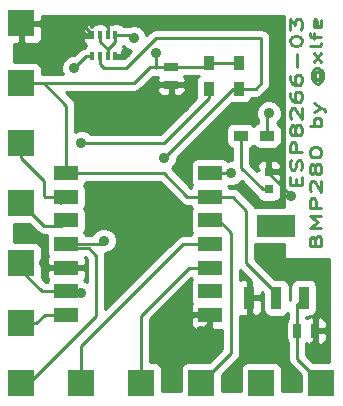
<source format=gtl>
G04 #@! TF.FileFunction,Copper,L1,Top,Signal*
%FSLAX46Y46*%
G04 Gerber Fmt 4.6, Leading zero omitted, Abs format (unit mm)*
G04 Created by KiCad (PCBNEW 0.201412131231+5320~19~ubuntu14.04.1-product) date Mon 15 Dec 2014 13:13:02 AEDT*
%MOMM*%
G01*
G04 APERTURE LIST*
%ADD10C,0.100000*%
%ADD11C,0.250000*%
%ADD12R,0.635000X1.143000*%
%ADD13R,1.143000X0.635000*%
%ADD14R,0.797560X0.797560*%
%ADD15R,0.950000X1.900000*%
%ADD16R,3.250000X1.900000*%
%ADD17R,2.235200X2.235200*%
%ADD18R,0.900000X1.200000*%
%ADD19R,1.200000X0.900000*%
%ADD20R,2.000000X1.250000*%
%ADD21R,0.350000X0.700000*%
%ADD22C,0.889000*%
%ADD23C,0.254000*%
G04 APERTURE END LIST*
D10*
D11*
X148328571Y-110242140D02*
X148328571Y-109742140D01*
X148852381Y-109527854D02*
X148852381Y-110242140D01*
X147852381Y-110242140D01*
X147852381Y-109527854D01*
X148804762Y-108956426D02*
X148852381Y-108742140D01*
X148852381Y-108384997D01*
X148804762Y-108242140D01*
X148757143Y-108170711D01*
X148661905Y-108099283D01*
X148566667Y-108099283D01*
X148471429Y-108170711D01*
X148423810Y-108242140D01*
X148376190Y-108384997D01*
X148328571Y-108670711D01*
X148280952Y-108813569D01*
X148233333Y-108884997D01*
X148138095Y-108956426D01*
X148042857Y-108956426D01*
X147947619Y-108884997D01*
X147900000Y-108813569D01*
X147852381Y-108670711D01*
X147852381Y-108313569D01*
X147900000Y-108099283D01*
X148852381Y-107456426D02*
X147852381Y-107456426D01*
X147852381Y-106884998D01*
X147900000Y-106742140D01*
X147947619Y-106670712D01*
X148042857Y-106599283D01*
X148185714Y-106599283D01*
X148280952Y-106670712D01*
X148328571Y-106742140D01*
X148376190Y-106884998D01*
X148376190Y-107456426D01*
X148280952Y-105742140D02*
X148233333Y-105884998D01*
X148185714Y-105956426D01*
X148090476Y-106027855D01*
X148042857Y-106027855D01*
X147947619Y-105956426D01*
X147900000Y-105884998D01*
X147852381Y-105742140D01*
X147852381Y-105456426D01*
X147900000Y-105313569D01*
X147947619Y-105242140D01*
X148042857Y-105170712D01*
X148090476Y-105170712D01*
X148185714Y-105242140D01*
X148233333Y-105313569D01*
X148280952Y-105456426D01*
X148280952Y-105742140D01*
X148328571Y-105884998D01*
X148376190Y-105956426D01*
X148471429Y-106027855D01*
X148661905Y-106027855D01*
X148757143Y-105956426D01*
X148804762Y-105884998D01*
X148852381Y-105742140D01*
X148852381Y-105456426D01*
X148804762Y-105313569D01*
X148757143Y-105242140D01*
X148661905Y-105170712D01*
X148471429Y-105170712D01*
X148376190Y-105242140D01*
X148328571Y-105313569D01*
X148280952Y-105456426D01*
X147947619Y-104599284D02*
X147900000Y-104527855D01*
X147852381Y-104384998D01*
X147852381Y-104027855D01*
X147900000Y-103884998D01*
X147947619Y-103813569D01*
X148042857Y-103742141D01*
X148138095Y-103742141D01*
X148280952Y-103813569D01*
X148852381Y-104670712D01*
X148852381Y-103742141D01*
X147852381Y-102456427D02*
X147852381Y-102742141D01*
X147900000Y-102884998D01*
X147947619Y-102956427D01*
X148090476Y-103099284D01*
X148280952Y-103170713D01*
X148661905Y-103170713D01*
X148757143Y-103099284D01*
X148804762Y-103027856D01*
X148852381Y-102884998D01*
X148852381Y-102599284D01*
X148804762Y-102456427D01*
X148757143Y-102384998D01*
X148661905Y-102313570D01*
X148423810Y-102313570D01*
X148328571Y-102384998D01*
X148280952Y-102456427D01*
X148233333Y-102599284D01*
X148233333Y-102884998D01*
X148280952Y-103027856D01*
X148328571Y-103099284D01*
X148423810Y-103170713D01*
X147852381Y-101027856D02*
X147852381Y-101313570D01*
X147900000Y-101456427D01*
X147947619Y-101527856D01*
X148090476Y-101670713D01*
X148280952Y-101742142D01*
X148661905Y-101742142D01*
X148757143Y-101670713D01*
X148804762Y-101599285D01*
X148852381Y-101456427D01*
X148852381Y-101170713D01*
X148804762Y-101027856D01*
X148757143Y-100956427D01*
X148661905Y-100884999D01*
X148423810Y-100884999D01*
X148328571Y-100956427D01*
X148280952Y-101027856D01*
X148233333Y-101170713D01*
X148233333Y-101456427D01*
X148280952Y-101599285D01*
X148328571Y-101670713D01*
X148423810Y-101742142D01*
X148471429Y-100242142D02*
X148471429Y-99099285D01*
X147852381Y-98099285D02*
X147852381Y-97956428D01*
X147900000Y-97813571D01*
X147947619Y-97742142D01*
X148042857Y-97670713D01*
X148233333Y-97599285D01*
X148471429Y-97599285D01*
X148661905Y-97670713D01*
X148757143Y-97742142D01*
X148804762Y-97813571D01*
X148852381Y-97956428D01*
X148852381Y-98099285D01*
X148804762Y-98242142D01*
X148757143Y-98313571D01*
X148661905Y-98384999D01*
X148471429Y-98456428D01*
X148233333Y-98456428D01*
X148042857Y-98384999D01*
X147947619Y-98313571D01*
X147900000Y-98242142D01*
X147852381Y-98099285D01*
X147852381Y-97099285D02*
X147852381Y-96170714D01*
X148233333Y-96670714D01*
X148233333Y-96456428D01*
X148280952Y-96313571D01*
X148328571Y-96242142D01*
X148423810Y-96170714D01*
X148661905Y-96170714D01*
X148757143Y-96242142D01*
X148804762Y-96313571D01*
X148852381Y-96456428D01*
X148852381Y-96885000D01*
X148804762Y-97027857D01*
X148757143Y-97099285D01*
X149978571Y-114884998D02*
X150026190Y-114670712D01*
X150073810Y-114599284D01*
X150169048Y-114527855D01*
X150311905Y-114527855D01*
X150407143Y-114599284D01*
X150454762Y-114670712D01*
X150502381Y-114813570D01*
X150502381Y-115384998D01*
X149502381Y-115384998D01*
X149502381Y-114884998D01*
X149550000Y-114742141D01*
X149597619Y-114670712D01*
X149692857Y-114599284D01*
X149788095Y-114599284D01*
X149883333Y-114670712D01*
X149930952Y-114742141D01*
X149978571Y-114884998D01*
X149978571Y-115384998D01*
X150502381Y-113884998D02*
X149502381Y-113884998D01*
X150216667Y-113384998D01*
X149502381Y-112884998D01*
X150502381Y-112884998D01*
X150502381Y-112170712D02*
X149502381Y-112170712D01*
X149502381Y-111599284D01*
X149550000Y-111456426D01*
X149597619Y-111384998D01*
X149692857Y-111313569D01*
X149835714Y-111313569D01*
X149930952Y-111384998D01*
X149978571Y-111456426D01*
X150026190Y-111599284D01*
X150026190Y-112170712D01*
X149597619Y-110742141D02*
X149550000Y-110670712D01*
X149502381Y-110527855D01*
X149502381Y-110170712D01*
X149550000Y-110027855D01*
X149597619Y-109956426D01*
X149692857Y-109884998D01*
X149788095Y-109884998D01*
X149930952Y-109956426D01*
X150502381Y-110813569D01*
X150502381Y-109884998D01*
X149930952Y-109027855D02*
X149883333Y-109170713D01*
X149835714Y-109242141D01*
X149740476Y-109313570D01*
X149692857Y-109313570D01*
X149597619Y-109242141D01*
X149550000Y-109170713D01*
X149502381Y-109027855D01*
X149502381Y-108742141D01*
X149550000Y-108599284D01*
X149597619Y-108527855D01*
X149692857Y-108456427D01*
X149740476Y-108456427D01*
X149835714Y-108527855D01*
X149883333Y-108599284D01*
X149930952Y-108742141D01*
X149930952Y-109027855D01*
X149978571Y-109170713D01*
X150026190Y-109242141D01*
X150121429Y-109313570D01*
X150311905Y-109313570D01*
X150407143Y-109242141D01*
X150454762Y-109170713D01*
X150502381Y-109027855D01*
X150502381Y-108742141D01*
X150454762Y-108599284D01*
X150407143Y-108527855D01*
X150311905Y-108456427D01*
X150121429Y-108456427D01*
X150026190Y-108527855D01*
X149978571Y-108599284D01*
X149930952Y-108742141D01*
X149502381Y-107527856D02*
X149502381Y-107384999D01*
X149550000Y-107242142D01*
X149597619Y-107170713D01*
X149692857Y-107099284D01*
X149883333Y-107027856D01*
X150121429Y-107027856D01*
X150311905Y-107099284D01*
X150407143Y-107170713D01*
X150454762Y-107242142D01*
X150502381Y-107384999D01*
X150502381Y-107527856D01*
X150454762Y-107670713D01*
X150407143Y-107742142D01*
X150311905Y-107813570D01*
X150121429Y-107884999D01*
X149883333Y-107884999D01*
X149692857Y-107813570D01*
X149597619Y-107742142D01*
X149550000Y-107670713D01*
X149502381Y-107527856D01*
X150502381Y-105242142D02*
X149502381Y-105242142D01*
X149883333Y-105242142D02*
X149835714Y-105099285D01*
X149835714Y-104813571D01*
X149883333Y-104670714D01*
X149930952Y-104599285D01*
X150026190Y-104527856D01*
X150311905Y-104527856D01*
X150407143Y-104599285D01*
X150454762Y-104670714D01*
X150502381Y-104813571D01*
X150502381Y-105099285D01*
X150454762Y-105242142D01*
X149835714Y-104027856D02*
X150502381Y-103670713D01*
X149835714Y-103313571D02*
X150502381Y-103670713D01*
X150740476Y-103813571D01*
X150788095Y-103884999D01*
X150835714Y-104027856D01*
X150026190Y-100670714D02*
X149978571Y-100742142D01*
X149930952Y-100884999D01*
X149930952Y-101027857D01*
X149978571Y-101170714D01*
X150026190Y-101242142D01*
X150121429Y-101313571D01*
X150216667Y-101313571D01*
X150311905Y-101242142D01*
X150359524Y-101170714D01*
X150407143Y-101027857D01*
X150407143Y-100884999D01*
X150359524Y-100742142D01*
X150311905Y-100670714D01*
X149930952Y-100670714D02*
X150311905Y-100670714D01*
X150359524Y-100599285D01*
X150359524Y-100527857D01*
X150311905Y-100384999D01*
X150216667Y-100313571D01*
X149978571Y-100313571D01*
X149835714Y-100456428D01*
X149740476Y-100670714D01*
X149692857Y-100956428D01*
X149740476Y-101242142D01*
X149835714Y-101456428D01*
X149978571Y-101599285D01*
X150169048Y-101670714D01*
X150359524Y-101599285D01*
X150502381Y-101456428D01*
X150597619Y-101242142D01*
X150645238Y-100956428D01*
X150597619Y-100670714D01*
X150502381Y-100456428D01*
X150502381Y-99813571D02*
X149835714Y-99027857D01*
X149835714Y-99813571D02*
X150502381Y-99027857D01*
X150502381Y-98242142D02*
X150454762Y-98385000D01*
X150359524Y-98456428D01*
X149502381Y-98456428D01*
X149835714Y-97885000D02*
X149835714Y-97313571D01*
X150502381Y-97670714D02*
X149645238Y-97670714D01*
X149550000Y-97599286D01*
X149502381Y-97456428D01*
X149502381Y-97313571D01*
X150454762Y-96242143D02*
X150502381Y-96385000D01*
X150502381Y-96670714D01*
X150454762Y-96813571D01*
X150359524Y-96885000D01*
X149978571Y-96885000D01*
X149883333Y-96813571D01*
X149835714Y-96670714D01*
X149835714Y-96385000D01*
X149883333Y-96242143D01*
X149978571Y-96170714D01*
X150073810Y-96170714D01*
X150169048Y-96885000D01*
D12*
X148463000Y-122555000D03*
X149987000Y-122555000D03*
D13*
X137795000Y-100203000D03*
X137795000Y-101727000D03*
D14*
X146050000Y-110604300D03*
X146050000Y-109105700D03*
D15*
X146685000Y-119765000D03*
D16*
X146685000Y-113665000D03*
D15*
X144385000Y-119765000D03*
X148985000Y-119765000D03*
D17*
X125095000Y-101600000D03*
X150495000Y-127000000D03*
X125095000Y-96520000D03*
X130175000Y-127000000D03*
X135255000Y-127000000D03*
X140335000Y-127000000D03*
X125095000Y-116840000D03*
X125095000Y-106680000D03*
X125095000Y-111760000D03*
X125095000Y-127000000D03*
X125095000Y-121920000D03*
X145415000Y-127000000D03*
D18*
X140970000Y-99865000D03*
X140970000Y-102065000D03*
X143510000Y-99865000D03*
X143510000Y-102065000D03*
D19*
X143680000Y-106045000D03*
X145880000Y-106045000D03*
D20*
X128905000Y-121225000D03*
X128905000Y-119225000D03*
X128905000Y-117225000D03*
X128905000Y-115225000D03*
X128905000Y-113225000D03*
X128905000Y-111225000D03*
X128905000Y-109225000D03*
X141065000Y-109225000D03*
X141065000Y-111225000D03*
X141065000Y-113225000D03*
X141065000Y-115225000D03*
X141065000Y-117225000D03*
X141065000Y-119225000D03*
X141065000Y-121225000D03*
D21*
X133055000Y-99325000D03*
X132405000Y-99325000D03*
X131755000Y-99325000D03*
X131105000Y-99325000D03*
X131105000Y-97525000D03*
X131755000Y-97525000D03*
X132405000Y-97525000D03*
X133055000Y-97525000D03*
D22*
X146050000Y-104140000D03*
X132080000Y-114935000D03*
X142875000Y-109220000D03*
X129540000Y-100330000D03*
X130175000Y-106680000D03*
X130175000Y-119380000D03*
X137160000Y-107950000D03*
X136525000Y-99060000D03*
X134620000Y-97790000D03*
X138430000Y-120650000D03*
X137160000Y-114935000D03*
X132715000Y-110490000D03*
X135255000Y-105410000D03*
X147955000Y-111125000D03*
X149860000Y-123825000D03*
X146685000Y-123190000D03*
X144145000Y-122555000D03*
X140335000Y-122555000D03*
X127000000Y-116840000D03*
X133985000Y-99060000D03*
X130175000Y-96520000D03*
X135255000Y-102870000D03*
D23*
X143680000Y-106045000D02*
X143680000Y-108755000D01*
X145529300Y-110604300D02*
X146050000Y-110604300D01*
X143680000Y-108755000D02*
X145529300Y-110604300D01*
X141065000Y-113225000D02*
X141800000Y-113225000D01*
X141800000Y-113225000D02*
X142875000Y-114300000D01*
X142875000Y-124460000D02*
X140335000Y-127000000D01*
X142875000Y-114300000D02*
X142875000Y-124460000D01*
X140775000Y-113225000D02*
X141065000Y-113225000D01*
X125095000Y-111760000D02*
X127000000Y-113665000D01*
X127000000Y-113665000D02*
X128465000Y-113665000D01*
X128465000Y-113665000D02*
X128905000Y-113225000D01*
X129250000Y-115570000D02*
X130810000Y-115570000D01*
X131445000Y-116205000D02*
X130810000Y-115570000D01*
X131445000Y-121285000D02*
X131445000Y-116205000D01*
X131445000Y-121285000D02*
X125730000Y-127000000D01*
X129250000Y-115570000D02*
X128905000Y-115225000D01*
X125095000Y-127000000D02*
X125730000Y-127000000D01*
X128905000Y-115225000D02*
X131790000Y-115225000D01*
X145880000Y-104310000D02*
X145880000Y-106045000D01*
X146050000Y-104140000D02*
X145880000Y-104310000D01*
X131790000Y-115225000D02*
X132080000Y-114935000D01*
X125095000Y-121920000D02*
X126365000Y-121920000D01*
X127060000Y-121225000D02*
X128905000Y-121225000D01*
X126365000Y-121920000D02*
X127060000Y-121225000D01*
X141065000Y-109225000D02*
X142870000Y-109225000D01*
X142870000Y-109225000D02*
X142875000Y-109220000D01*
X131105000Y-99325000D02*
X130545000Y-99325000D01*
X130545000Y-99325000D02*
X129540000Y-100330000D01*
X140970000Y-102065000D02*
X140970000Y-102870000D01*
X137160000Y-106680000D02*
X130175000Y-106680000D01*
X140970000Y-102870000D02*
X137160000Y-106680000D01*
X125095000Y-106680000D02*
X125095000Y-107950000D01*
X127100000Y-111225000D02*
X128905000Y-111225000D01*
X127000000Y-111125000D02*
X127100000Y-111225000D01*
X127000000Y-109855000D02*
X127000000Y-111125000D01*
X125095000Y-107950000D02*
X127000000Y-109855000D01*
X128370000Y-111760000D02*
X128905000Y-111225000D01*
X131755000Y-99325000D02*
X131755000Y-100005000D01*
X144950000Y-102065000D02*
X143510000Y-102065000D01*
X145415000Y-101600000D02*
X144950000Y-102065000D01*
X145415000Y-97790000D02*
X145415000Y-101600000D01*
X136525000Y-97790000D02*
X145415000Y-97790000D01*
X133985000Y-100330000D02*
X136525000Y-97790000D01*
X132080000Y-100330000D02*
X133985000Y-100330000D01*
X131755000Y-100005000D02*
X132080000Y-100330000D01*
X130020000Y-119225000D02*
X128905000Y-119225000D01*
X130175000Y-119380000D02*
X130020000Y-119225000D01*
X143045000Y-102065000D02*
X137160000Y-107950000D01*
X143510000Y-102065000D02*
X143045000Y-102065000D01*
X125095000Y-116840000D02*
X125095000Y-117475000D01*
X125095000Y-117475000D02*
X126845000Y-119225000D01*
X126845000Y-119225000D02*
X128905000Y-119225000D01*
X133055000Y-97525000D02*
X134355000Y-97525000D01*
X136525000Y-99060000D02*
X136525000Y-100203000D01*
X134355000Y-97525000D02*
X134620000Y-97790000D01*
X136525000Y-100203000D02*
X136525000Y-100330000D01*
X136525000Y-100330000D02*
X136525000Y-100203000D01*
X133055000Y-97525000D02*
X133055000Y-98100000D01*
X133055000Y-98100000D02*
X132405000Y-98750000D01*
X131755000Y-97525000D02*
X131755000Y-98100000D01*
X132405000Y-98750000D02*
X132405000Y-99325000D01*
X131755000Y-98100000D02*
X132405000Y-98750000D01*
X141065000Y-111225000D02*
X142975000Y-111225000D01*
X144145000Y-116840000D02*
X146685000Y-119380000D01*
X144145000Y-112395000D02*
X144145000Y-116840000D01*
X142975000Y-111225000D02*
X144145000Y-112395000D01*
X146685000Y-119380000D02*
X146685000Y-119765000D01*
X125095000Y-101600000D02*
X134620000Y-101600000D01*
X134620000Y-101600000D02*
X136017000Y-100203000D01*
X136017000Y-100203000D02*
X136525000Y-100203000D01*
X136525000Y-100203000D02*
X137795000Y-100203000D01*
X140970000Y-99865000D02*
X143510000Y-99865000D01*
X137795000Y-100203000D02*
X140632000Y-100203000D01*
X140632000Y-100203000D02*
X140970000Y-99865000D01*
X125095000Y-101600000D02*
X127000000Y-101600000D01*
X128905000Y-103505000D02*
X128905000Y-109225000D01*
X127000000Y-101600000D02*
X128905000Y-103505000D01*
X141065000Y-111225000D02*
X141705000Y-111225000D01*
X128905000Y-109225000D02*
X131445000Y-109225000D01*
X131445000Y-109225000D02*
X137155000Y-109225000D01*
X139155000Y-111225000D02*
X141065000Y-111225000D01*
X137155000Y-109225000D02*
X139155000Y-111225000D01*
X148463000Y-122555000D02*
X148463000Y-124968000D01*
X148463000Y-124968000D02*
X150495000Y-127000000D01*
X148463000Y-122555000D02*
X148463000Y-120287000D01*
X148463000Y-120287000D02*
X148985000Y-119765000D01*
X137795000Y-101727000D02*
X137795000Y-102870000D01*
X139005000Y-121225000D02*
X141065000Y-121225000D01*
X138430000Y-120650000D02*
X139005000Y-121225000D01*
X132715000Y-110490000D02*
X137160000Y-114935000D01*
X137795000Y-102870000D02*
X135255000Y-105410000D01*
X147955000Y-111125000D02*
X146050000Y-109220000D01*
X146050000Y-109220000D02*
X146050000Y-109105700D01*
X144385000Y-119765000D02*
X144385000Y-120890000D01*
X149987000Y-123698000D02*
X149987000Y-122555000D01*
X149860000Y-123825000D02*
X149987000Y-123698000D01*
X144385000Y-120890000D02*
X146685000Y-123190000D01*
X144385000Y-122315000D02*
X144385000Y-119765000D01*
X144145000Y-122555000D02*
X144385000Y-122315000D01*
X128905000Y-117225000D02*
X127385000Y-117225000D01*
X140335000Y-122555000D02*
X141065000Y-121825000D01*
X127385000Y-117225000D02*
X127000000Y-116840000D01*
X141065000Y-121825000D02*
X141065000Y-121225000D01*
X133720000Y-99325000D02*
X133055000Y-99325000D01*
X133985000Y-99060000D02*
X133720000Y-99325000D01*
X130175000Y-96520000D02*
X132080000Y-96520000D01*
X132405000Y-96845000D02*
X132405000Y-97525000D01*
X132080000Y-96520000D02*
X132405000Y-96845000D01*
X130175000Y-96520000D02*
X131105000Y-97450000D01*
X131105000Y-97450000D02*
X131105000Y-97525000D01*
X137795000Y-101727000D02*
X136398000Y-101727000D01*
X136398000Y-101727000D02*
X135255000Y-102870000D01*
X130175000Y-127000000D02*
X130175000Y-123825000D01*
X138775000Y-115225000D02*
X141065000Y-115225000D01*
X130175000Y-123825000D02*
X138775000Y-115225000D01*
X140680000Y-115225000D02*
X141065000Y-115225000D01*
X141065000Y-117225000D02*
X139315000Y-117225000D01*
X135255000Y-121285000D02*
X135255000Y-127000000D01*
X139315000Y-117225000D02*
X135255000Y-121285000D01*
G36*
X130683000Y-118422074D02*
X130496861Y-118344782D01*
X130422081Y-118230944D01*
X130443327Y-118209699D01*
X130540000Y-117976310D01*
X130540000Y-117723691D01*
X130540000Y-117510750D01*
X130381250Y-117352000D01*
X129032000Y-117352000D01*
X129032000Y-117372000D01*
X128778000Y-117372000D01*
X128778000Y-117352000D01*
X127428750Y-117352000D01*
X127270000Y-117510750D01*
X127270000Y-117723691D01*
X127270000Y-117976310D01*
X127366673Y-118209699D01*
X127388104Y-118231130D01*
X127307623Y-118350360D01*
X127285034Y-118463000D01*
X127160630Y-118463000D01*
X126825828Y-118128197D01*
X126860040Y-117957600D01*
X126860040Y-115722400D01*
X126813063Y-115480277D01*
X126673273Y-115267473D01*
X126462240Y-115125023D01*
X126212600Y-115074960D01*
X124465000Y-115074960D01*
X124465000Y-113525040D01*
X125782410Y-113525040D01*
X126461185Y-114203815D01*
X126708395Y-114368996D01*
X126708396Y-114368996D01*
X127000000Y-114427000D01*
X127292253Y-114427000D01*
X127257560Y-114600000D01*
X127257560Y-115850000D01*
X127304537Y-116092123D01*
X127387918Y-116219055D01*
X127366673Y-116240301D01*
X127270000Y-116473690D01*
X127270000Y-116726309D01*
X127270000Y-116939250D01*
X127428750Y-117098000D01*
X128778000Y-117098000D01*
X128778000Y-117078000D01*
X129032000Y-117078000D01*
X129032000Y-117098000D01*
X130381250Y-117098000D01*
X130540000Y-116939250D01*
X130540000Y-116726309D01*
X130540000Y-116473690D01*
X130481310Y-116332000D01*
X130494369Y-116332000D01*
X130683000Y-116520630D01*
X130683000Y-118422074D01*
X130683000Y-118422074D01*
G37*
X130683000Y-118422074D02*
X130496861Y-118344782D01*
X130422081Y-118230944D01*
X130443327Y-118209699D01*
X130540000Y-117976310D01*
X130540000Y-117723691D01*
X130540000Y-117510750D01*
X130381250Y-117352000D01*
X129032000Y-117352000D01*
X129032000Y-117372000D01*
X128778000Y-117372000D01*
X128778000Y-117352000D01*
X127428750Y-117352000D01*
X127270000Y-117510750D01*
X127270000Y-117723691D01*
X127270000Y-117976310D01*
X127366673Y-118209699D01*
X127388104Y-118231130D01*
X127307623Y-118350360D01*
X127285034Y-118463000D01*
X127160630Y-118463000D01*
X126825828Y-118128197D01*
X126860040Y-117957600D01*
X126860040Y-115722400D01*
X126813063Y-115480277D01*
X126673273Y-115267473D01*
X126462240Y-115125023D01*
X126212600Y-115074960D01*
X124465000Y-115074960D01*
X124465000Y-113525040D01*
X125782410Y-113525040D01*
X126461185Y-114203815D01*
X126708395Y-114368996D01*
X126708396Y-114368996D01*
X127000000Y-114427000D01*
X127292253Y-114427000D01*
X127257560Y-114600000D01*
X127257560Y-115850000D01*
X127304537Y-116092123D01*
X127387918Y-116219055D01*
X127366673Y-116240301D01*
X127270000Y-116473690D01*
X127270000Y-116726309D01*
X127270000Y-116939250D01*
X127428750Y-117098000D01*
X128778000Y-117098000D01*
X128778000Y-117078000D01*
X129032000Y-117078000D01*
X129032000Y-117098000D01*
X130381250Y-117098000D01*
X130540000Y-116939250D01*
X130540000Y-116726309D01*
X130540000Y-116473690D01*
X130481310Y-116332000D01*
X130494369Y-116332000D01*
X130683000Y-116520630D01*
X130683000Y-118422074D01*
G36*
X134378700Y-98858669D02*
X133745809Y-99491559D01*
X133706250Y-99452000D01*
X133227440Y-99452000D01*
X133227440Y-99198000D01*
X133706250Y-99198000D01*
X133865000Y-99039250D01*
X133865000Y-98848691D01*
X133768327Y-98615302D01*
X133673133Y-98520107D01*
X133733433Y-98429862D01*
X134007714Y-98704622D01*
X134378700Y-98858669D01*
X134378700Y-98858669D01*
G37*
X134378700Y-98858669D02*
X133745809Y-99491559D01*
X133706250Y-99452000D01*
X133227440Y-99452000D01*
X133227440Y-99198000D01*
X133706250Y-99198000D01*
X133865000Y-99039250D01*
X133865000Y-98848691D01*
X133768327Y-98615302D01*
X133673133Y-98520107D01*
X133733433Y-98429862D01*
X134007714Y-98704622D01*
X134378700Y-98858669D01*
G36*
X139552030Y-114225314D02*
X139467623Y-114350360D01*
X139445034Y-114463000D01*
X138775000Y-114463000D01*
X138483395Y-114521004D01*
X138384376Y-114587165D01*
X138236185Y-114686184D01*
X132207000Y-120715369D01*
X132207000Y-116205000D01*
X132169122Y-116014578D01*
X132293784Y-116014687D01*
X132690689Y-115850689D01*
X132994622Y-115547286D01*
X133159313Y-115150668D01*
X133159687Y-114721216D01*
X132995689Y-114324311D01*
X132692286Y-114020378D01*
X132295668Y-113855687D01*
X131866216Y-113855313D01*
X131469311Y-114019311D01*
X131165378Y-114322714D01*
X131107125Y-114463000D01*
X130525859Y-114463000D01*
X130505463Y-114357877D01*
X130417969Y-114224685D01*
X130502377Y-114099640D01*
X130552440Y-113850000D01*
X130552440Y-112600000D01*
X130505463Y-112357877D01*
X130417969Y-112224685D01*
X130502377Y-112099640D01*
X130552440Y-111850000D01*
X130552440Y-110600000D01*
X130505463Y-110357877D01*
X130417969Y-110224685D01*
X130502377Y-110099640D01*
X130524965Y-109987000D01*
X131445000Y-109987000D01*
X136839370Y-109987000D01*
X138616185Y-111763815D01*
X138863395Y-111928996D01*
X139155000Y-111987000D01*
X139444140Y-111987000D01*
X139464537Y-112092123D01*
X139552030Y-112225314D01*
X139467623Y-112350360D01*
X139417560Y-112600000D01*
X139417560Y-113850000D01*
X139464537Y-114092123D01*
X139552030Y-114225314D01*
X139552030Y-114225314D01*
G37*
X139552030Y-114225314D02*
X139467623Y-114350360D01*
X139445034Y-114463000D01*
X138775000Y-114463000D01*
X138483395Y-114521004D01*
X138384376Y-114587165D01*
X138236185Y-114686184D01*
X132207000Y-120715369D01*
X132207000Y-116205000D01*
X132169122Y-116014578D01*
X132293784Y-116014687D01*
X132690689Y-115850689D01*
X132994622Y-115547286D01*
X133159313Y-115150668D01*
X133159687Y-114721216D01*
X132995689Y-114324311D01*
X132692286Y-114020378D01*
X132295668Y-113855687D01*
X131866216Y-113855313D01*
X131469311Y-114019311D01*
X131165378Y-114322714D01*
X131107125Y-114463000D01*
X130525859Y-114463000D01*
X130505463Y-114357877D01*
X130417969Y-114224685D01*
X130502377Y-114099640D01*
X130552440Y-113850000D01*
X130552440Y-112600000D01*
X130505463Y-112357877D01*
X130417969Y-112224685D01*
X130502377Y-112099640D01*
X130552440Y-111850000D01*
X130552440Y-110600000D01*
X130505463Y-110357877D01*
X130417969Y-110224685D01*
X130502377Y-110099640D01*
X130524965Y-109987000D01*
X131445000Y-109987000D01*
X136839370Y-109987000D01*
X138616185Y-111763815D01*
X138863395Y-111928996D01*
X139155000Y-111987000D01*
X139444140Y-111987000D01*
X139464537Y-112092123D01*
X139552030Y-112225314D01*
X139467623Y-112350360D01*
X139417560Y-112600000D01*
X139417560Y-113850000D01*
X139464537Y-114092123D01*
X139552030Y-114225314D01*
G36*
X140124940Y-100965000D02*
X140065073Y-101004327D01*
X139922623Y-101215360D01*
X139872560Y-101465000D01*
X139872560Y-102665000D01*
X139909090Y-102853279D01*
X139001500Y-103760869D01*
X139001500Y-102170809D01*
X139001500Y-102012750D01*
X138842750Y-101854000D01*
X137922000Y-101854000D01*
X137922000Y-102520750D01*
X138080750Y-102679500D01*
X138240191Y-102679500D01*
X138492810Y-102679500D01*
X138726199Y-102582827D01*
X138904827Y-102404198D01*
X139001500Y-102170809D01*
X139001500Y-103760869D01*
X137668000Y-105094369D01*
X137668000Y-102520750D01*
X137668000Y-101854000D01*
X136747250Y-101854000D01*
X136588500Y-102012750D01*
X136588500Y-102170809D01*
X136685173Y-102404198D01*
X136863801Y-102582827D01*
X137097190Y-102679500D01*
X137349809Y-102679500D01*
X137509250Y-102679500D01*
X137668000Y-102520750D01*
X137668000Y-105094369D01*
X136844369Y-105918000D01*
X130939641Y-105918000D01*
X130787286Y-105765378D01*
X130390668Y-105600687D01*
X129961216Y-105600313D01*
X129667000Y-105721880D01*
X129667000Y-103505000D01*
X129608996Y-103213396D01*
X129608996Y-103213395D01*
X129443815Y-102966185D01*
X128839630Y-102362000D01*
X134620000Y-102362000D01*
X134620000Y-102361999D01*
X134911604Y-102303996D01*
X134911605Y-102303996D01*
X135158815Y-102138815D01*
X136258617Y-101039013D01*
X136525000Y-101092000D01*
X136680506Y-101061067D01*
X136588500Y-101283191D01*
X136588500Y-101441250D01*
X136747250Y-101600000D01*
X137668000Y-101600000D01*
X137668000Y-101580000D01*
X137922000Y-101580000D01*
X137922000Y-101600000D01*
X138842750Y-101600000D01*
X139001500Y-101441250D01*
X139001500Y-101283191D01*
X138904827Y-101049802D01*
X138827379Y-100972354D01*
X138832343Y-100965000D01*
X140124940Y-100965000D01*
X140124940Y-100965000D01*
G37*
X140124940Y-100965000D02*
X140065073Y-101004327D01*
X139922623Y-101215360D01*
X139872560Y-101465000D01*
X139872560Y-102665000D01*
X139909090Y-102853279D01*
X139001500Y-103760869D01*
X139001500Y-102170809D01*
X139001500Y-102012750D01*
X138842750Y-101854000D01*
X137922000Y-101854000D01*
X137922000Y-102520750D01*
X138080750Y-102679500D01*
X138240191Y-102679500D01*
X138492810Y-102679500D01*
X138726199Y-102582827D01*
X138904827Y-102404198D01*
X139001500Y-102170809D01*
X139001500Y-103760869D01*
X137668000Y-105094369D01*
X137668000Y-102520750D01*
X137668000Y-101854000D01*
X136747250Y-101854000D01*
X136588500Y-102012750D01*
X136588500Y-102170809D01*
X136685173Y-102404198D01*
X136863801Y-102582827D01*
X137097190Y-102679500D01*
X137349809Y-102679500D01*
X137509250Y-102679500D01*
X137668000Y-102520750D01*
X137668000Y-105094369D01*
X136844369Y-105918000D01*
X130939641Y-105918000D01*
X130787286Y-105765378D01*
X130390668Y-105600687D01*
X129961216Y-105600313D01*
X129667000Y-105721880D01*
X129667000Y-103505000D01*
X129608996Y-103213396D01*
X129608996Y-103213395D01*
X129443815Y-102966185D01*
X128839630Y-102362000D01*
X134620000Y-102362000D01*
X134620000Y-102361999D01*
X134911604Y-102303996D01*
X134911605Y-102303996D01*
X135158815Y-102138815D01*
X136258617Y-101039013D01*
X136525000Y-101092000D01*
X136680506Y-101061067D01*
X136588500Y-101283191D01*
X136588500Y-101441250D01*
X136747250Y-101600000D01*
X137668000Y-101600000D01*
X137668000Y-101580000D01*
X137922000Y-101580000D01*
X137922000Y-101600000D01*
X138842750Y-101600000D01*
X139001500Y-101441250D01*
X139001500Y-101283191D01*
X138904827Y-101049802D01*
X138827379Y-100972354D01*
X138832343Y-100965000D01*
X140124940Y-100965000D01*
G36*
X142113000Y-124144369D02*
X141022409Y-125234960D01*
X140938000Y-125234960D01*
X140938000Y-122326250D01*
X140938000Y-121352000D01*
X139588750Y-121352000D01*
X139430000Y-121510750D01*
X139430000Y-121723691D01*
X139430000Y-121976310D01*
X139526673Y-122209699D01*
X139705302Y-122388327D01*
X139938691Y-122485000D01*
X140779250Y-122485000D01*
X140938000Y-122326250D01*
X140938000Y-125234960D01*
X139217400Y-125234960D01*
X138975277Y-125281937D01*
X138762473Y-125421727D01*
X138620023Y-125632760D01*
X138569960Y-125882400D01*
X138569960Y-127630000D01*
X137020040Y-127630000D01*
X137020040Y-125882400D01*
X136973063Y-125640277D01*
X136833273Y-125427473D01*
X136622240Y-125285023D01*
X136372600Y-125234960D01*
X136017000Y-125234960D01*
X136017000Y-121600630D01*
X139488709Y-118128920D01*
X139552030Y-118225314D01*
X139467623Y-118350360D01*
X139417560Y-118600000D01*
X139417560Y-119850000D01*
X139464537Y-120092123D01*
X139547918Y-120219055D01*
X139526673Y-120240301D01*
X139430000Y-120473690D01*
X139430000Y-120726309D01*
X139430000Y-120939250D01*
X139588750Y-121098000D01*
X140938000Y-121098000D01*
X140938000Y-121078000D01*
X141192000Y-121078000D01*
X141192000Y-121098000D01*
X141212000Y-121098000D01*
X141212000Y-121352000D01*
X141192000Y-121352000D01*
X141192000Y-122326250D01*
X141350750Y-122485000D01*
X142113000Y-122485000D01*
X142113000Y-124144369D01*
X142113000Y-124144369D01*
G37*
X142113000Y-124144369D02*
X141022409Y-125234960D01*
X140938000Y-125234960D01*
X140938000Y-122326250D01*
X140938000Y-121352000D01*
X139588750Y-121352000D01*
X139430000Y-121510750D01*
X139430000Y-121723691D01*
X139430000Y-121976310D01*
X139526673Y-122209699D01*
X139705302Y-122388327D01*
X139938691Y-122485000D01*
X140779250Y-122485000D01*
X140938000Y-122326250D01*
X140938000Y-125234960D01*
X139217400Y-125234960D01*
X138975277Y-125281937D01*
X138762473Y-125421727D01*
X138620023Y-125632760D01*
X138569960Y-125882400D01*
X138569960Y-127630000D01*
X137020040Y-127630000D01*
X137020040Y-125882400D01*
X136973063Y-125640277D01*
X136833273Y-125427473D01*
X136622240Y-125285023D01*
X136372600Y-125234960D01*
X136017000Y-125234960D01*
X136017000Y-121600630D01*
X139488709Y-118128920D01*
X139552030Y-118225314D01*
X139467623Y-118350360D01*
X139417560Y-118600000D01*
X139417560Y-119850000D01*
X139464537Y-120092123D01*
X139547918Y-120219055D01*
X139526673Y-120240301D01*
X139430000Y-120473690D01*
X139430000Y-120726309D01*
X139430000Y-120939250D01*
X139588750Y-121098000D01*
X140938000Y-121098000D01*
X140938000Y-121078000D01*
X141192000Y-121078000D01*
X141192000Y-121098000D01*
X141212000Y-121098000D01*
X141212000Y-121352000D01*
X141192000Y-121352000D01*
X141192000Y-122326250D01*
X141350750Y-122485000D01*
X142113000Y-122485000D01*
X142113000Y-124144369D01*
G36*
X147325000Y-112067560D02*
X145060000Y-112067560D01*
X144849973Y-112108309D01*
X144848996Y-112103396D01*
X144848996Y-112103395D01*
X144683815Y-111856185D01*
X143513815Y-110686185D01*
X143266605Y-110521004D01*
X142975000Y-110463000D01*
X142685859Y-110463000D01*
X142665463Y-110357877D01*
X142614862Y-110280847D01*
X142659332Y-110299313D01*
X143088784Y-110299687D01*
X143485689Y-110135689D01*
X143734591Y-109887221D01*
X144990485Y-111143115D01*
X145036977Y-111174180D01*
X145050757Y-111245203D01*
X145190547Y-111458007D01*
X145401580Y-111600457D01*
X145651220Y-111650520D01*
X146448780Y-111650520D01*
X146690903Y-111603543D01*
X146903707Y-111463753D01*
X147046157Y-111252720D01*
X147096220Y-111003080D01*
X147096220Y-110205520D01*
X147049243Y-109963397D01*
X146985271Y-109866013D01*
X146987107Y-109864178D01*
X147083780Y-109630789D01*
X147083780Y-109391450D01*
X147083780Y-108819950D01*
X147083780Y-108580611D01*
X146987107Y-108347222D01*
X146808479Y-108168593D01*
X146575090Y-108071920D01*
X146335750Y-108071920D01*
X146177000Y-108230670D01*
X146177000Y-108978700D01*
X146925030Y-108978700D01*
X147083780Y-108819950D01*
X147083780Y-109391450D01*
X146925030Y-109232700D01*
X146177000Y-109232700D01*
X146177000Y-109252700D01*
X145923000Y-109252700D01*
X145923000Y-109232700D01*
X145903000Y-109232700D01*
X145903000Y-108978700D01*
X145923000Y-108978700D01*
X145923000Y-108230670D01*
X145764250Y-108071920D01*
X145524910Y-108071920D01*
X145291521Y-108168593D01*
X145112893Y-108347222D01*
X145016220Y-108580611D01*
X145016220Y-108819950D01*
X145174968Y-108978698D01*
X145016220Y-108978698D01*
X145016220Y-109013590D01*
X144442000Y-108439370D01*
X144442000Y-107111008D01*
X144522123Y-107095463D01*
X144734927Y-106955673D01*
X144779613Y-106889471D01*
X144819327Y-106949927D01*
X145030360Y-107092377D01*
X145280000Y-107142440D01*
X146480000Y-107142440D01*
X146722123Y-107095463D01*
X146934927Y-106955673D01*
X147077377Y-106744640D01*
X147127440Y-106495000D01*
X147127440Y-105595000D01*
X147080463Y-105352877D01*
X146940673Y-105140073D01*
X146729640Y-104997623D01*
X146720660Y-104995822D01*
X146964622Y-104752286D01*
X147129313Y-104355668D01*
X147129687Y-103926216D01*
X146965689Y-103529311D01*
X146662286Y-103225378D01*
X146265668Y-103060687D01*
X145836216Y-103060313D01*
X145439311Y-103224311D01*
X145135378Y-103527714D01*
X144970687Y-103924332D01*
X144970313Y-104353784D01*
X145118000Y-104711213D01*
X145118000Y-104978991D01*
X145037877Y-104994537D01*
X144825073Y-105134327D01*
X144780386Y-105200528D01*
X144740673Y-105140073D01*
X144529640Y-104997623D01*
X144280000Y-104947560D01*
X143080000Y-104947560D01*
X142837877Y-104994537D01*
X142625073Y-105134327D01*
X142482623Y-105345360D01*
X142432560Y-105595000D01*
X142432560Y-106495000D01*
X142479537Y-106737123D01*
X142619327Y-106949927D01*
X142830360Y-107092377D01*
X142918000Y-107109952D01*
X142918000Y-108140536D01*
X142661216Y-108140313D01*
X142552149Y-108185378D01*
X142525673Y-108145073D01*
X142314640Y-108002623D01*
X142065000Y-107952560D01*
X140065000Y-107952560D01*
X139822877Y-107999537D01*
X139610073Y-108139327D01*
X139467623Y-108350360D01*
X139417560Y-108600000D01*
X139417560Y-109850000D01*
X139464537Y-110092123D01*
X139552030Y-110225314D01*
X139467623Y-110350360D01*
X139449309Y-110441679D01*
X137822048Y-108814418D01*
X138074622Y-108562286D01*
X138239313Y-108165668D01*
X138239502Y-107948127D01*
X142906061Y-103281568D01*
X143060000Y-103312440D01*
X143960000Y-103312440D01*
X144202123Y-103265463D01*
X144414927Y-103125673D01*
X144557377Y-102914640D01*
X144574952Y-102827000D01*
X144950000Y-102827000D01*
X144950000Y-102826999D01*
X145241604Y-102768996D01*
X145241605Y-102768996D01*
X145488815Y-102603815D01*
X145953815Y-102138816D01*
X145953815Y-102138815D01*
X146118996Y-101891605D01*
X146176999Y-101600000D01*
X146177000Y-101600000D01*
X146177000Y-97790000D01*
X146118996Y-97498395D01*
X145953815Y-97251185D01*
X145706605Y-97086004D01*
X145415000Y-97028000D01*
X136525000Y-97028000D01*
X136233395Y-97086004D01*
X135986184Y-97251185D01*
X135688420Y-97548948D01*
X135535689Y-97179311D01*
X135232286Y-96875378D01*
X134835668Y-96710687D01*
X134406216Y-96710313D01*
X134278703Y-96763000D01*
X133718871Y-96763000D01*
X133690673Y-96720073D01*
X133479640Y-96577623D01*
X133230000Y-96527560D01*
X132880000Y-96527560D01*
X132741262Y-96554477D01*
X132706310Y-96540000D01*
X132651250Y-96540000D01*
X132576193Y-96615056D01*
X132425073Y-96714327D01*
X132405726Y-96742988D01*
X132390673Y-96720073D01*
X132231128Y-96612378D01*
X132158750Y-96540000D01*
X132103690Y-96540000D01*
X132067265Y-96555087D01*
X131930000Y-96527560D01*
X131580000Y-96527560D01*
X131441262Y-96554477D01*
X131406310Y-96540000D01*
X131351250Y-96540000D01*
X131276193Y-96615056D01*
X131125073Y-96714327D01*
X131017500Y-96873691D01*
X131017500Y-96698750D01*
X130858750Y-96540000D01*
X130803690Y-96540000D01*
X130570301Y-96636673D01*
X130391673Y-96815302D01*
X130295000Y-97048691D01*
X130295000Y-97239250D01*
X130453750Y-97398000D01*
X130932560Y-97398000D01*
X130932560Y-97652000D01*
X130453750Y-97652000D01*
X130295000Y-97810750D01*
X130295000Y-98001309D01*
X130391673Y-98234698D01*
X130570301Y-98413327D01*
X130606193Y-98428194D01*
X130475073Y-98514327D01*
X130426277Y-98586615D01*
X130253395Y-98621004D01*
X130154376Y-98687165D01*
X130006185Y-98786184D01*
X129541868Y-99250500D01*
X129326216Y-99250313D01*
X128929311Y-99414311D01*
X128625378Y-99717714D01*
X128460687Y-100114332D01*
X128460313Y-100543784D01*
X128581880Y-100838000D01*
X127000000Y-100838000D01*
X126860040Y-100838000D01*
X126860040Y-100482400D01*
X126847600Y-100418283D01*
X126847600Y-97763910D01*
X126847600Y-97511291D01*
X126847600Y-96805750D01*
X126688850Y-96647000D01*
X125222000Y-96647000D01*
X125222000Y-98113850D01*
X125380750Y-98272600D01*
X126338909Y-98272600D01*
X126572298Y-98175927D01*
X126750927Y-97997299D01*
X126847600Y-97763910D01*
X126847600Y-100418283D01*
X126813063Y-100240277D01*
X126673273Y-100027473D01*
X126462240Y-99885023D01*
X126212600Y-99834960D01*
X124465000Y-99834960D01*
X124465000Y-98272600D01*
X124809250Y-98272600D01*
X124968000Y-98113850D01*
X124968000Y-96647000D01*
X124948000Y-96647000D01*
X124948000Y-96393000D01*
X124968000Y-96393000D01*
X124968000Y-96373000D01*
X125222000Y-96373000D01*
X125222000Y-96393000D01*
X126688850Y-96393000D01*
X126847600Y-96234250D01*
X126847600Y-95890000D01*
X147325000Y-95890000D01*
X147325000Y-112067560D01*
X147325000Y-112067560D01*
G37*
X147325000Y-112067560D02*
X145060000Y-112067560D01*
X144849973Y-112108309D01*
X144848996Y-112103396D01*
X144848996Y-112103395D01*
X144683815Y-111856185D01*
X143513815Y-110686185D01*
X143266605Y-110521004D01*
X142975000Y-110463000D01*
X142685859Y-110463000D01*
X142665463Y-110357877D01*
X142614862Y-110280847D01*
X142659332Y-110299313D01*
X143088784Y-110299687D01*
X143485689Y-110135689D01*
X143734591Y-109887221D01*
X144990485Y-111143115D01*
X145036977Y-111174180D01*
X145050757Y-111245203D01*
X145190547Y-111458007D01*
X145401580Y-111600457D01*
X145651220Y-111650520D01*
X146448780Y-111650520D01*
X146690903Y-111603543D01*
X146903707Y-111463753D01*
X147046157Y-111252720D01*
X147096220Y-111003080D01*
X147096220Y-110205520D01*
X147049243Y-109963397D01*
X146985271Y-109866013D01*
X146987107Y-109864178D01*
X147083780Y-109630789D01*
X147083780Y-109391450D01*
X147083780Y-108819950D01*
X147083780Y-108580611D01*
X146987107Y-108347222D01*
X146808479Y-108168593D01*
X146575090Y-108071920D01*
X146335750Y-108071920D01*
X146177000Y-108230670D01*
X146177000Y-108978700D01*
X146925030Y-108978700D01*
X147083780Y-108819950D01*
X147083780Y-109391450D01*
X146925030Y-109232700D01*
X146177000Y-109232700D01*
X146177000Y-109252700D01*
X145923000Y-109252700D01*
X145923000Y-109232700D01*
X145903000Y-109232700D01*
X145903000Y-108978700D01*
X145923000Y-108978700D01*
X145923000Y-108230670D01*
X145764250Y-108071920D01*
X145524910Y-108071920D01*
X145291521Y-108168593D01*
X145112893Y-108347222D01*
X145016220Y-108580611D01*
X145016220Y-108819950D01*
X145174968Y-108978698D01*
X145016220Y-108978698D01*
X145016220Y-109013590D01*
X144442000Y-108439370D01*
X144442000Y-107111008D01*
X144522123Y-107095463D01*
X144734927Y-106955673D01*
X144779613Y-106889471D01*
X144819327Y-106949927D01*
X145030360Y-107092377D01*
X145280000Y-107142440D01*
X146480000Y-107142440D01*
X146722123Y-107095463D01*
X146934927Y-106955673D01*
X147077377Y-106744640D01*
X147127440Y-106495000D01*
X147127440Y-105595000D01*
X147080463Y-105352877D01*
X146940673Y-105140073D01*
X146729640Y-104997623D01*
X146720660Y-104995822D01*
X146964622Y-104752286D01*
X147129313Y-104355668D01*
X147129687Y-103926216D01*
X146965689Y-103529311D01*
X146662286Y-103225378D01*
X146265668Y-103060687D01*
X145836216Y-103060313D01*
X145439311Y-103224311D01*
X145135378Y-103527714D01*
X144970687Y-103924332D01*
X144970313Y-104353784D01*
X145118000Y-104711213D01*
X145118000Y-104978991D01*
X145037877Y-104994537D01*
X144825073Y-105134327D01*
X144780386Y-105200528D01*
X144740673Y-105140073D01*
X144529640Y-104997623D01*
X144280000Y-104947560D01*
X143080000Y-104947560D01*
X142837877Y-104994537D01*
X142625073Y-105134327D01*
X142482623Y-105345360D01*
X142432560Y-105595000D01*
X142432560Y-106495000D01*
X142479537Y-106737123D01*
X142619327Y-106949927D01*
X142830360Y-107092377D01*
X142918000Y-107109952D01*
X142918000Y-108140536D01*
X142661216Y-108140313D01*
X142552149Y-108185378D01*
X142525673Y-108145073D01*
X142314640Y-108002623D01*
X142065000Y-107952560D01*
X140065000Y-107952560D01*
X139822877Y-107999537D01*
X139610073Y-108139327D01*
X139467623Y-108350360D01*
X139417560Y-108600000D01*
X139417560Y-109850000D01*
X139464537Y-110092123D01*
X139552030Y-110225314D01*
X139467623Y-110350360D01*
X139449309Y-110441679D01*
X137822048Y-108814418D01*
X138074622Y-108562286D01*
X138239313Y-108165668D01*
X138239502Y-107948127D01*
X142906061Y-103281568D01*
X143060000Y-103312440D01*
X143960000Y-103312440D01*
X144202123Y-103265463D01*
X144414927Y-103125673D01*
X144557377Y-102914640D01*
X144574952Y-102827000D01*
X144950000Y-102827000D01*
X144950000Y-102826999D01*
X145241604Y-102768996D01*
X145241605Y-102768996D01*
X145488815Y-102603815D01*
X145953815Y-102138816D01*
X145953815Y-102138815D01*
X146118996Y-101891605D01*
X146176999Y-101600000D01*
X146177000Y-101600000D01*
X146177000Y-97790000D01*
X146118996Y-97498395D01*
X145953815Y-97251185D01*
X145706605Y-97086004D01*
X145415000Y-97028000D01*
X136525000Y-97028000D01*
X136233395Y-97086004D01*
X135986184Y-97251185D01*
X135688420Y-97548948D01*
X135535689Y-97179311D01*
X135232286Y-96875378D01*
X134835668Y-96710687D01*
X134406216Y-96710313D01*
X134278703Y-96763000D01*
X133718871Y-96763000D01*
X133690673Y-96720073D01*
X133479640Y-96577623D01*
X133230000Y-96527560D01*
X132880000Y-96527560D01*
X132741262Y-96554477D01*
X132706310Y-96540000D01*
X132651250Y-96540000D01*
X132576193Y-96615056D01*
X132425073Y-96714327D01*
X132405726Y-96742988D01*
X132390673Y-96720073D01*
X132231128Y-96612378D01*
X132158750Y-96540000D01*
X132103690Y-96540000D01*
X132067265Y-96555087D01*
X131930000Y-96527560D01*
X131580000Y-96527560D01*
X131441262Y-96554477D01*
X131406310Y-96540000D01*
X131351250Y-96540000D01*
X131276193Y-96615056D01*
X131125073Y-96714327D01*
X131017500Y-96873691D01*
X131017500Y-96698750D01*
X130858750Y-96540000D01*
X130803690Y-96540000D01*
X130570301Y-96636673D01*
X130391673Y-96815302D01*
X130295000Y-97048691D01*
X130295000Y-97239250D01*
X130453750Y-97398000D01*
X130932560Y-97398000D01*
X130932560Y-97652000D01*
X130453750Y-97652000D01*
X130295000Y-97810750D01*
X130295000Y-98001309D01*
X130391673Y-98234698D01*
X130570301Y-98413327D01*
X130606193Y-98428194D01*
X130475073Y-98514327D01*
X130426277Y-98586615D01*
X130253395Y-98621004D01*
X130154376Y-98687165D01*
X130006185Y-98786184D01*
X129541868Y-99250500D01*
X129326216Y-99250313D01*
X128929311Y-99414311D01*
X128625378Y-99717714D01*
X128460687Y-100114332D01*
X128460313Y-100543784D01*
X128581880Y-100838000D01*
X127000000Y-100838000D01*
X126860040Y-100838000D01*
X126860040Y-100482400D01*
X126847600Y-100418283D01*
X126847600Y-97763910D01*
X126847600Y-97511291D01*
X126847600Y-96805750D01*
X126688850Y-96647000D01*
X125222000Y-96647000D01*
X125222000Y-98113850D01*
X125380750Y-98272600D01*
X126338909Y-98272600D01*
X126572298Y-98175927D01*
X126750927Y-97997299D01*
X126847600Y-97763910D01*
X126847600Y-100418283D01*
X126813063Y-100240277D01*
X126673273Y-100027473D01*
X126462240Y-99885023D01*
X126212600Y-99834960D01*
X124465000Y-99834960D01*
X124465000Y-98272600D01*
X124809250Y-98272600D01*
X124968000Y-98113850D01*
X124968000Y-96647000D01*
X124948000Y-96647000D01*
X124948000Y-96393000D01*
X124968000Y-96393000D01*
X124968000Y-96373000D01*
X125222000Y-96373000D01*
X125222000Y-96393000D01*
X126688850Y-96393000D01*
X126847600Y-96234250D01*
X126847600Y-95890000D01*
X147325000Y-95890000D01*
X147325000Y-112067560D01*
G36*
X148729960Y-127630000D02*
X147180040Y-127630000D01*
X147180040Y-125882400D01*
X147133063Y-125640277D01*
X146993273Y-125427473D01*
X146782240Y-125285023D01*
X146532600Y-125234960D01*
X145495000Y-125234960D01*
X145495000Y-120841310D01*
X145495000Y-120588691D01*
X145495000Y-120050750D01*
X145336250Y-119892000D01*
X144512000Y-119892000D01*
X144512000Y-121191250D01*
X144670750Y-121350000D01*
X144986309Y-121350000D01*
X145219698Y-121253327D01*
X145398327Y-121074699D01*
X145495000Y-120841310D01*
X145495000Y-125234960D01*
X144297400Y-125234960D01*
X144055277Y-125281937D01*
X143842473Y-125421727D01*
X143700023Y-125632760D01*
X143649960Y-125882400D01*
X143649960Y-127630000D01*
X142100040Y-127630000D01*
X142100040Y-126312590D01*
X143413815Y-124998816D01*
X143413815Y-124998815D01*
X143578996Y-124751605D01*
X143636999Y-124460000D01*
X143637000Y-124460000D01*
X143637000Y-121289238D01*
X143783691Y-121350000D01*
X144099250Y-121350000D01*
X144258000Y-121191250D01*
X144258000Y-119892000D01*
X144238000Y-119892000D01*
X144238000Y-119638000D01*
X144258000Y-119638000D01*
X144258000Y-118338750D01*
X144099250Y-118180000D01*
X143783691Y-118180000D01*
X143637000Y-118240761D01*
X143637000Y-117409630D01*
X144539059Y-118311690D01*
X144512000Y-118338750D01*
X144512000Y-119638000D01*
X145336250Y-119638000D01*
X145495000Y-119479250D01*
X145495000Y-119267630D01*
X145562560Y-119335190D01*
X145562560Y-120715000D01*
X145609537Y-120957123D01*
X145749327Y-121169927D01*
X145960360Y-121312377D01*
X146210000Y-121362440D01*
X147160000Y-121362440D01*
X147402123Y-121315463D01*
X147614927Y-121175673D01*
X147701000Y-121048159D01*
X147701000Y-121515977D01*
X147690573Y-121522827D01*
X147548123Y-121733860D01*
X147498060Y-121983500D01*
X147498060Y-123126500D01*
X147545037Y-123368623D01*
X147684827Y-123581427D01*
X147701000Y-123592343D01*
X147701000Y-124968000D01*
X147759004Y-125259605D01*
X147924185Y-125506815D01*
X148729960Y-126312590D01*
X148729960Y-127630000D01*
X148729960Y-127630000D01*
G37*
X148729960Y-127630000D02*
X147180040Y-127630000D01*
X147180040Y-125882400D01*
X147133063Y-125640277D01*
X146993273Y-125427473D01*
X146782240Y-125285023D01*
X146532600Y-125234960D01*
X145495000Y-125234960D01*
X145495000Y-120841310D01*
X145495000Y-120588691D01*
X145495000Y-120050750D01*
X145336250Y-119892000D01*
X144512000Y-119892000D01*
X144512000Y-121191250D01*
X144670750Y-121350000D01*
X144986309Y-121350000D01*
X145219698Y-121253327D01*
X145398327Y-121074699D01*
X145495000Y-120841310D01*
X145495000Y-125234960D01*
X144297400Y-125234960D01*
X144055277Y-125281937D01*
X143842473Y-125421727D01*
X143700023Y-125632760D01*
X143649960Y-125882400D01*
X143649960Y-127630000D01*
X142100040Y-127630000D01*
X142100040Y-126312590D01*
X143413815Y-124998816D01*
X143413815Y-124998815D01*
X143578996Y-124751605D01*
X143636999Y-124460000D01*
X143637000Y-124460000D01*
X143637000Y-121289238D01*
X143783691Y-121350000D01*
X144099250Y-121350000D01*
X144258000Y-121191250D01*
X144258000Y-119892000D01*
X144238000Y-119892000D01*
X144238000Y-119638000D01*
X144258000Y-119638000D01*
X144258000Y-118338750D01*
X144099250Y-118180000D01*
X143783691Y-118180000D01*
X143637000Y-118240761D01*
X143637000Y-117409630D01*
X144539059Y-118311690D01*
X144512000Y-118338750D01*
X144512000Y-119638000D01*
X145336250Y-119638000D01*
X145495000Y-119479250D01*
X145495000Y-119267630D01*
X145562560Y-119335190D01*
X145562560Y-120715000D01*
X145609537Y-120957123D01*
X145749327Y-121169927D01*
X145960360Y-121312377D01*
X146210000Y-121362440D01*
X147160000Y-121362440D01*
X147402123Y-121315463D01*
X147614927Y-121175673D01*
X147701000Y-121048159D01*
X147701000Y-121515977D01*
X147690573Y-121522827D01*
X147548123Y-121733860D01*
X147498060Y-121983500D01*
X147498060Y-123126500D01*
X147545037Y-123368623D01*
X147684827Y-123581427D01*
X147701000Y-123592343D01*
X147701000Y-124968000D01*
X147759004Y-125259605D01*
X147924185Y-125506815D01*
X148729960Y-126312590D01*
X148729960Y-127630000D01*
G36*
X151125000Y-125234960D02*
X150939500Y-125234960D01*
X150939500Y-123252810D01*
X150939500Y-123000191D01*
X150939500Y-122840750D01*
X150939500Y-122269250D01*
X150939500Y-122109809D01*
X150939500Y-121857190D01*
X150842827Y-121623801D01*
X150664198Y-121445173D01*
X150430809Y-121348500D01*
X150272750Y-121348500D01*
X150114000Y-121507250D01*
X150114000Y-122428000D01*
X150780750Y-122428000D01*
X150939500Y-122269250D01*
X150939500Y-122840750D01*
X150780750Y-122682000D01*
X150114000Y-122682000D01*
X150114000Y-123602750D01*
X150272750Y-123761500D01*
X150430809Y-123761500D01*
X150664198Y-123664827D01*
X150842827Y-123486199D01*
X150939500Y-123252810D01*
X150939500Y-125234960D01*
X149807590Y-125234960D01*
X149225000Y-124652370D01*
X149225000Y-123594022D01*
X149233447Y-123588473D01*
X149309802Y-123664827D01*
X149543191Y-123761500D01*
X149701250Y-123761500D01*
X149860000Y-123602750D01*
X149860000Y-122682000D01*
X149840000Y-122682000D01*
X149840000Y-122428000D01*
X149860000Y-122428000D01*
X149860000Y-121507250D01*
X149701250Y-121348500D01*
X149543191Y-121348500D01*
X149309802Y-121445173D01*
X149232354Y-121522620D01*
X149225000Y-121517656D01*
X149225000Y-121362440D01*
X149460000Y-121362440D01*
X149702123Y-121315463D01*
X149914927Y-121175673D01*
X150057377Y-120964640D01*
X150107440Y-120715000D01*
X150107440Y-118815000D01*
X150060463Y-118572877D01*
X149920673Y-118360073D01*
X149709640Y-118217623D01*
X149460000Y-118167560D01*
X148510000Y-118167560D01*
X148267877Y-118214537D01*
X148055073Y-118354327D01*
X147912623Y-118565360D01*
X147862560Y-118815000D01*
X147862560Y-119840413D01*
X147807440Y-119922905D01*
X147807440Y-118815000D01*
X147760463Y-118572877D01*
X147620673Y-118360073D01*
X147409640Y-118217623D01*
X147160000Y-118167560D01*
X146550190Y-118167560D01*
X144907000Y-116524369D01*
X144907000Y-115231757D01*
X145060000Y-115262440D01*
X147325000Y-115262440D01*
X147325000Y-116502141D01*
X151125000Y-116502141D01*
X151125000Y-125234960D01*
X151125000Y-125234960D01*
G37*
X151125000Y-125234960D02*
X150939500Y-125234960D01*
X150939500Y-123252810D01*
X150939500Y-123000191D01*
X150939500Y-122840750D01*
X150939500Y-122269250D01*
X150939500Y-122109809D01*
X150939500Y-121857190D01*
X150842827Y-121623801D01*
X150664198Y-121445173D01*
X150430809Y-121348500D01*
X150272750Y-121348500D01*
X150114000Y-121507250D01*
X150114000Y-122428000D01*
X150780750Y-122428000D01*
X150939500Y-122269250D01*
X150939500Y-122840750D01*
X150780750Y-122682000D01*
X150114000Y-122682000D01*
X150114000Y-123602750D01*
X150272750Y-123761500D01*
X150430809Y-123761500D01*
X150664198Y-123664827D01*
X150842827Y-123486199D01*
X150939500Y-123252810D01*
X150939500Y-125234960D01*
X149807590Y-125234960D01*
X149225000Y-124652370D01*
X149225000Y-123594022D01*
X149233447Y-123588473D01*
X149309802Y-123664827D01*
X149543191Y-123761500D01*
X149701250Y-123761500D01*
X149860000Y-123602750D01*
X149860000Y-122682000D01*
X149840000Y-122682000D01*
X149840000Y-122428000D01*
X149860000Y-122428000D01*
X149860000Y-121507250D01*
X149701250Y-121348500D01*
X149543191Y-121348500D01*
X149309802Y-121445173D01*
X149232354Y-121522620D01*
X149225000Y-121517656D01*
X149225000Y-121362440D01*
X149460000Y-121362440D01*
X149702123Y-121315463D01*
X149914927Y-121175673D01*
X150057377Y-120964640D01*
X150107440Y-120715000D01*
X150107440Y-118815000D01*
X150060463Y-118572877D01*
X149920673Y-118360073D01*
X149709640Y-118217623D01*
X149460000Y-118167560D01*
X148510000Y-118167560D01*
X148267877Y-118214537D01*
X148055073Y-118354327D01*
X147912623Y-118565360D01*
X147862560Y-118815000D01*
X147862560Y-119840413D01*
X147807440Y-119922905D01*
X147807440Y-118815000D01*
X147760463Y-118572877D01*
X147620673Y-118360073D01*
X147409640Y-118217623D01*
X147160000Y-118167560D01*
X146550190Y-118167560D01*
X144907000Y-116524369D01*
X144907000Y-115231757D01*
X145060000Y-115262440D01*
X147325000Y-115262440D01*
X147325000Y-116502141D01*
X151125000Y-116502141D01*
X151125000Y-125234960D01*
M02*

</source>
